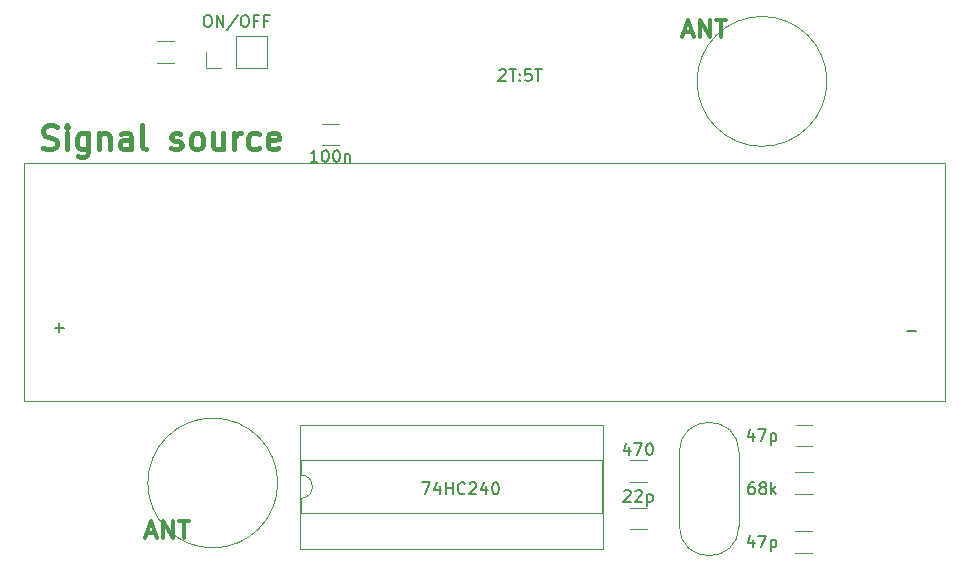
<source format=gbr>
%TF.GenerationSoftware,KiCad,Pcbnew,8.0.6-1.fc41*%
%TF.CreationDate,2024-11-27T18:25:37+08:00*%
%TF.ProjectId,signal_source,7369676e-616c-45f7-936f-757263652e6b,rev?*%
%TF.SameCoordinates,Original*%
%TF.FileFunction,Legend,Top*%
%TF.FilePolarity,Positive*%
%FSLAX46Y46*%
G04 Gerber Fmt 4.6, Leading zero omitted, Abs format (unit mm)*
G04 Created by KiCad (PCBNEW 8.0.6-1.fc41) date 2024-11-27 18:25:37*
%MOMM*%
%LPD*%
G01*
G04 APERTURE LIST*
%ADD10C,0.200000*%
%ADD11C,0.375000*%
%ADD12C,0.400000*%
%ADD13C,0.150000*%
%ADD14C,0.120000*%
G04 APERTURE END LIST*
D10*
X152261673Y-86100266D02*
X153023578Y-86100266D01*
X80125673Y-85846266D02*
X80887578Y-85846266D01*
X80506625Y-86227219D02*
X80506625Y-85465314D01*
D11*
X133374424Y-60836357D02*
X134088710Y-60836357D01*
X133231567Y-61264928D02*
X133731567Y-59764928D01*
X133731567Y-59764928D02*
X134231567Y-61264928D01*
X134731566Y-61264928D02*
X134731566Y-59764928D01*
X134731566Y-59764928D02*
X135588709Y-61264928D01*
X135588709Y-61264928D02*
X135588709Y-59764928D01*
X136088710Y-59764928D02*
X136945853Y-59764928D01*
X136517281Y-61264928D02*
X136517281Y-59764928D01*
X87908424Y-103254357D02*
X88622710Y-103254357D01*
X87765567Y-103682928D02*
X88265567Y-102182928D01*
X88265567Y-102182928D02*
X88765567Y-103682928D01*
X89265566Y-103682928D02*
X89265566Y-102182928D01*
X89265566Y-102182928D02*
X90122709Y-103682928D01*
X90122709Y-103682928D02*
X90122709Y-102182928D01*
X90622710Y-102182928D02*
X91479853Y-102182928D01*
X91051281Y-103682928D02*
X91051281Y-102182928D01*
D12*
X79144109Y-70639200D02*
X79429823Y-70734438D01*
X79429823Y-70734438D02*
X79906014Y-70734438D01*
X79906014Y-70734438D02*
X80096490Y-70639200D01*
X80096490Y-70639200D02*
X80191728Y-70543961D01*
X80191728Y-70543961D02*
X80286966Y-70353485D01*
X80286966Y-70353485D02*
X80286966Y-70163009D01*
X80286966Y-70163009D02*
X80191728Y-69972533D01*
X80191728Y-69972533D02*
X80096490Y-69877295D01*
X80096490Y-69877295D02*
X79906014Y-69782057D01*
X79906014Y-69782057D02*
X79525061Y-69686819D01*
X79525061Y-69686819D02*
X79334585Y-69591580D01*
X79334585Y-69591580D02*
X79239347Y-69496342D01*
X79239347Y-69496342D02*
X79144109Y-69305866D01*
X79144109Y-69305866D02*
X79144109Y-69115390D01*
X79144109Y-69115390D02*
X79239347Y-68924914D01*
X79239347Y-68924914D02*
X79334585Y-68829676D01*
X79334585Y-68829676D02*
X79525061Y-68734438D01*
X79525061Y-68734438D02*
X80001252Y-68734438D01*
X80001252Y-68734438D02*
X80286966Y-68829676D01*
X81144109Y-70734438D02*
X81144109Y-69401104D01*
X81144109Y-68734438D02*
X81048871Y-68829676D01*
X81048871Y-68829676D02*
X81144109Y-68924914D01*
X81144109Y-68924914D02*
X81239347Y-68829676D01*
X81239347Y-68829676D02*
X81144109Y-68734438D01*
X81144109Y-68734438D02*
X81144109Y-68924914D01*
X82953633Y-69401104D02*
X82953633Y-71020152D01*
X82953633Y-71020152D02*
X82858395Y-71210628D01*
X82858395Y-71210628D02*
X82763157Y-71305866D01*
X82763157Y-71305866D02*
X82572680Y-71401104D01*
X82572680Y-71401104D02*
X82286966Y-71401104D01*
X82286966Y-71401104D02*
X82096490Y-71305866D01*
X82953633Y-70639200D02*
X82763157Y-70734438D01*
X82763157Y-70734438D02*
X82382204Y-70734438D01*
X82382204Y-70734438D02*
X82191728Y-70639200D01*
X82191728Y-70639200D02*
X82096490Y-70543961D01*
X82096490Y-70543961D02*
X82001252Y-70353485D01*
X82001252Y-70353485D02*
X82001252Y-69782057D01*
X82001252Y-69782057D02*
X82096490Y-69591580D01*
X82096490Y-69591580D02*
X82191728Y-69496342D01*
X82191728Y-69496342D02*
X82382204Y-69401104D01*
X82382204Y-69401104D02*
X82763157Y-69401104D01*
X82763157Y-69401104D02*
X82953633Y-69496342D01*
X83906014Y-69401104D02*
X83906014Y-70734438D01*
X83906014Y-69591580D02*
X84001252Y-69496342D01*
X84001252Y-69496342D02*
X84191728Y-69401104D01*
X84191728Y-69401104D02*
X84477443Y-69401104D01*
X84477443Y-69401104D02*
X84667919Y-69496342D01*
X84667919Y-69496342D02*
X84763157Y-69686819D01*
X84763157Y-69686819D02*
X84763157Y-70734438D01*
X86572681Y-70734438D02*
X86572681Y-69686819D01*
X86572681Y-69686819D02*
X86477443Y-69496342D01*
X86477443Y-69496342D02*
X86286967Y-69401104D01*
X86286967Y-69401104D02*
X85906014Y-69401104D01*
X85906014Y-69401104D02*
X85715538Y-69496342D01*
X86572681Y-70639200D02*
X86382205Y-70734438D01*
X86382205Y-70734438D02*
X85906014Y-70734438D01*
X85906014Y-70734438D02*
X85715538Y-70639200D01*
X85715538Y-70639200D02*
X85620300Y-70448723D01*
X85620300Y-70448723D02*
X85620300Y-70258247D01*
X85620300Y-70258247D02*
X85715538Y-70067771D01*
X85715538Y-70067771D02*
X85906014Y-69972533D01*
X85906014Y-69972533D02*
X86382205Y-69972533D01*
X86382205Y-69972533D02*
X86572681Y-69877295D01*
X87810776Y-70734438D02*
X87620300Y-70639200D01*
X87620300Y-70639200D02*
X87525062Y-70448723D01*
X87525062Y-70448723D02*
X87525062Y-68734438D01*
X90001253Y-70639200D02*
X90191729Y-70734438D01*
X90191729Y-70734438D02*
X90572681Y-70734438D01*
X90572681Y-70734438D02*
X90763158Y-70639200D01*
X90763158Y-70639200D02*
X90858396Y-70448723D01*
X90858396Y-70448723D02*
X90858396Y-70353485D01*
X90858396Y-70353485D02*
X90763158Y-70163009D01*
X90763158Y-70163009D02*
X90572681Y-70067771D01*
X90572681Y-70067771D02*
X90286967Y-70067771D01*
X90286967Y-70067771D02*
X90096491Y-69972533D01*
X90096491Y-69972533D02*
X90001253Y-69782057D01*
X90001253Y-69782057D02*
X90001253Y-69686819D01*
X90001253Y-69686819D02*
X90096491Y-69496342D01*
X90096491Y-69496342D02*
X90286967Y-69401104D01*
X90286967Y-69401104D02*
X90572681Y-69401104D01*
X90572681Y-69401104D02*
X90763158Y-69496342D01*
X92001253Y-70734438D02*
X91810777Y-70639200D01*
X91810777Y-70639200D02*
X91715539Y-70543961D01*
X91715539Y-70543961D02*
X91620301Y-70353485D01*
X91620301Y-70353485D02*
X91620301Y-69782057D01*
X91620301Y-69782057D02*
X91715539Y-69591580D01*
X91715539Y-69591580D02*
X91810777Y-69496342D01*
X91810777Y-69496342D02*
X92001253Y-69401104D01*
X92001253Y-69401104D02*
X92286968Y-69401104D01*
X92286968Y-69401104D02*
X92477444Y-69496342D01*
X92477444Y-69496342D02*
X92572682Y-69591580D01*
X92572682Y-69591580D02*
X92667920Y-69782057D01*
X92667920Y-69782057D02*
X92667920Y-70353485D01*
X92667920Y-70353485D02*
X92572682Y-70543961D01*
X92572682Y-70543961D02*
X92477444Y-70639200D01*
X92477444Y-70639200D02*
X92286968Y-70734438D01*
X92286968Y-70734438D02*
X92001253Y-70734438D01*
X94382206Y-69401104D02*
X94382206Y-70734438D01*
X93525063Y-69401104D02*
X93525063Y-70448723D01*
X93525063Y-70448723D02*
X93620301Y-70639200D01*
X93620301Y-70639200D02*
X93810777Y-70734438D01*
X93810777Y-70734438D02*
X94096492Y-70734438D01*
X94096492Y-70734438D02*
X94286968Y-70639200D01*
X94286968Y-70639200D02*
X94382206Y-70543961D01*
X95334587Y-70734438D02*
X95334587Y-69401104D01*
X95334587Y-69782057D02*
X95429825Y-69591580D01*
X95429825Y-69591580D02*
X95525063Y-69496342D01*
X95525063Y-69496342D02*
X95715539Y-69401104D01*
X95715539Y-69401104D02*
X95906016Y-69401104D01*
X97429825Y-70639200D02*
X97239349Y-70734438D01*
X97239349Y-70734438D02*
X96858396Y-70734438D01*
X96858396Y-70734438D02*
X96667920Y-70639200D01*
X96667920Y-70639200D02*
X96572682Y-70543961D01*
X96572682Y-70543961D02*
X96477444Y-70353485D01*
X96477444Y-70353485D02*
X96477444Y-69782057D01*
X96477444Y-69782057D02*
X96572682Y-69591580D01*
X96572682Y-69591580D02*
X96667920Y-69496342D01*
X96667920Y-69496342D02*
X96858396Y-69401104D01*
X96858396Y-69401104D02*
X97239349Y-69401104D01*
X97239349Y-69401104D02*
X97429825Y-69496342D01*
X99048873Y-70639200D02*
X98858397Y-70734438D01*
X98858397Y-70734438D02*
X98477444Y-70734438D01*
X98477444Y-70734438D02*
X98286968Y-70639200D01*
X98286968Y-70639200D02*
X98191730Y-70448723D01*
X98191730Y-70448723D02*
X98191730Y-69686819D01*
X98191730Y-69686819D02*
X98286968Y-69496342D01*
X98286968Y-69496342D02*
X98477444Y-69401104D01*
X98477444Y-69401104D02*
X98858397Y-69401104D01*
X98858397Y-69401104D02*
X99048873Y-69496342D01*
X99048873Y-69496342D02*
X99144111Y-69686819D01*
X99144111Y-69686819D02*
X99144111Y-69877295D01*
X99144111Y-69877295D02*
X98191730Y-70067771D01*
D13*
X117738095Y-64050057D02*
X117785714Y-64002438D01*
X117785714Y-64002438D02*
X117880952Y-63954819D01*
X117880952Y-63954819D02*
X118119047Y-63954819D01*
X118119047Y-63954819D02*
X118214285Y-64002438D01*
X118214285Y-64002438D02*
X118261904Y-64050057D01*
X118261904Y-64050057D02*
X118309523Y-64145295D01*
X118309523Y-64145295D02*
X118309523Y-64240533D01*
X118309523Y-64240533D02*
X118261904Y-64383390D01*
X118261904Y-64383390D02*
X117690476Y-64954819D01*
X117690476Y-64954819D02*
X118309523Y-64954819D01*
X118595238Y-63954819D02*
X119166666Y-63954819D01*
X118880952Y-64954819D02*
X118880952Y-63954819D01*
X119500000Y-64859580D02*
X119547619Y-64907200D01*
X119547619Y-64907200D02*
X119500000Y-64954819D01*
X119500000Y-64954819D02*
X119452381Y-64907200D01*
X119452381Y-64907200D02*
X119500000Y-64859580D01*
X119500000Y-64859580D02*
X119500000Y-64954819D01*
X119500000Y-64335771D02*
X119547619Y-64383390D01*
X119547619Y-64383390D02*
X119500000Y-64431009D01*
X119500000Y-64431009D02*
X119452381Y-64383390D01*
X119452381Y-64383390D02*
X119500000Y-64335771D01*
X119500000Y-64335771D02*
X119500000Y-64431009D01*
X120452380Y-63954819D02*
X119976190Y-63954819D01*
X119976190Y-63954819D02*
X119928571Y-64431009D01*
X119928571Y-64431009D02*
X119976190Y-64383390D01*
X119976190Y-64383390D02*
X120071428Y-64335771D01*
X120071428Y-64335771D02*
X120309523Y-64335771D01*
X120309523Y-64335771D02*
X120404761Y-64383390D01*
X120404761Y-64383390D02*
X120452380Y-64431009D01*
X120452380Y-64431009D02*
X120499999Y-64526247D01*
X120499999Y-64526247D02*
X120499999Y-64764342D01*
X120499999Y-64764342D02*
X120452380Y-64859580D01*
X120452380Y-64859580D02*
X120404761Y-64907200D01*
X120404761Y-64907200D02*
X120309523Y-64954819D01*
X120309523Y-64954819D02*
X120071428Y-64954819D01*
X120071428Y-64954819D02*
X119976190Y-64907200D01*
X119976190Y-64907200D02*
X119928571Y-64859580D01*
X120785714Y-63954819D02*
X121357142Y-63954819D01*
X121071428Y-64954819D02*
X121071428Y-63954819D01*
X139309523Y-98954819D02*
X139119047Y-98954819D01*
X139119047Y-98954819D02*
X139023809Y-99002438D01*
X139023809Y-99002438D02*
X138976190Y-99050057D01*
X138976190Y-99050057D02*
X138880952Y-99192914D01*
X138880952Y-99192914D02*
X138833333Y-99383390D01*
X138833333Y-99383390D02*
X138833333Y-99764342D01*
X138833333Y-99764342D02*
X138880952Y-99859580D01*
X138880952Y-99859580D02*
X138928571Y-99907200D01*
X138928571Y-99907200D02*
X139023809Y-99954819D01*
X139023809Y-99954819D02*
X139214285Y-99954819D01*
X139214285Y-99954819D02*
X139309523Y-99907200D01*
X139309523Y-99907200D02*
X139357142Y-99859580D01*
X139357142Y-99859580D02*
X139404761Y-99764342D01*
X139404761Y-99764342D02*
X139404761Y-99526247D01*
X139404761Y-99526247D02*
X139357142Y-99431009D01*
X139357142Y-99431009D02*
X139309523Y-99383390D01*
X139309523Y-99383390D02*
X139214285Y-99335771D01*
X139214285Y-99335771D02*
X139023809Y-99335771D01*
X139023809Y-99335771D02*
X138928571Y-99383390D01*
X138928571Y-99383390D02*
X138880952Y-99431009D01*
X138880952Y-99431009D02*
X138833333Y-99526247D01*
X139976190Y-99383390D02*
X139880952Y-99335771D01*
X139880952Y-99335771D02*
X139833333Y-99288152D01*
X139833333Y-99288152D02*
X139785714Y-99192914D01*
X139785714Y-99192914D02*
X139785714Y-99145295D01*
X139785714Y-99145295D02*
X139833333Y-99050057D01*
X139833333Y-99050057D02*
X139880952Y-99002438D01*
X139880952Y-99002438D02*
X139976190Y-98954819D01*
X139976190Y-98954819D02*
X140166666Y-98954819D01*
X140166666Y-98954819D02*
X140261904Y-99002438D01*
X140261904Y-99002438D02*
X140309523Y-99050057D01*
X140309523Y-99050057D02*
X140357142Y-99145295D01*
X140357142Y-99145295D02*
X140357142Y-99192914D01*
X140357142Y-99192914D02*
X140309523Y-99288152D01*
X140309523Y-99288152D02*
X140261904Y-99335771D01*
X140261904Y-99335771D02*
X140166666Y-99383390D01*
X140166666Y-99383390D02*
X139976190Y-99383390D01*
X139976190Y-99383390D02*
X139880952Y-99431009D01*
X139880952Y-99431009D02*
X139833333Y-99478628D01*
X139833333Y-99478628D02*
X139785714Y-99573866D01*
X139785714Y-99573866D02*
X139785714Y-99764342D01*
X139785714Y-99764342D02*
X139833333Y-99859580D01*
X139833333Y-99859580D02*
X139880952Y-99907200D01*
X139880952Y-99907200D02*
X139976190Y-99954819D01*
X139976190Y-99954819D02*
X140166666Y-99954819D01*
X140166666Y-99954819D02*
X140261904Y-99907200D01*
X140261904Y-99907200D02*
X140309523Y-99859580D01*
X140309523Y-99859580D02*
X140357142Y-99764342D01*
X140357142Y-99764342D02*
X140357142Y-99573866D01*
X140357142Y-99573866D02*
X140309523Y-99478628D01*
X140309523Y-99478628D02*
X140261904Y-99431009D01*
X140261904Y-99431009D02*
X140166666Y-99383390D01*
X140785714Y-99954819D02*
X140785714Y-98954819D01*
X140880952Y-99573866D02*
X141166666Y-99954819D01*
X141166666Y-99288152D02*
X140785714Y-99669104D01*
X128310714Y-99700057D02*
X128358333Y-99652438D01*
X128358333Y-99652438D02*
X128453571Y-99604819D01*
X128453571Y-99604819D02*
X128691666Y-99604819D01*
X128691666Y-99604819D02*
X128786904Y-99652438D01*
X128786904Y-99652438D02*
X128834523Y-99700057D01*
X128834523Y-99700057D02*
X128882142Y-99795295D01*
X128882142Y-99795295D02*
X128882142Y-99890533D01*
X128882142Y-99890533D02*
X128834523Y-100033390D01*
X128834523Y-100033390D02*
X128263095Y-100604819D01*
X128263095Y-100604819D02*
X128882142Y-100604819D01*
X129263095Y-99700057D02*
X129310714Y-99652438D01*
X129310714Y-99652438D02*
X129405952Y-99604819D01*
X129405952Y-99604819D02*
X129644047Y-99604819D01*
X129644047Y-99604819D02*
X129739285Y-99652438D01*
X129739285Y-99652438D02*
X129786904Y-99700057D01*
X129786904Y-99700057D02*
X129834523Y-99795295D01*
X129834523Y-99795295D02*
X129834523Y-99890533D01*
X129834523Y-99890533D02*
X129786904Y-100033390D01*
X129786904Y-100033390D02*
X129215476Y-100604819D01*
X129215476Y-100604819D02*
X129834523Y-100604819D01*
X130263095Y-99938152D02*
X130263095Y-100938152D01*
X130263095Y-99985771D02*
X130358333Y-99938152D01*
X130358333Y-99938152D02*
X130548809Y-99938152D01*
X130548809Y-99938152D02*
X130644047Y-99985771D01*
X130644047Y-99985771D02*
X130691666Y-100033390D01*
X130691666Y-100033390D02*
X130739285Y-100128628D01*
X130739285Y-100128628D02*
X130739285Y-100414342D01*
X130739285Y-100414342D02*
X130691666Y-100509580D01*
X130691666Y-100509580D02*
X130644047Y-100557200D01*
X130644047Y-100557200D02*
X130548809Y-100604819D01*
X130548809Y-100604819D02*
X130358333Y-100604819D01*
X130358333Y-100604819D02*
X130263095Y-100557200D01*
X128763095Y-95968152D02*
X128763095Y-96634819D01*
X128525000Y-95587200D02*
X128286905Y-96301485D01*
X128286905Y-96301485D02*
X128905952Y-96301485D01*
X129191667Y-95634819D02*
X129858333Y-95634819D01*
X129858333Y-95634819D02*
X129429762Y-96634819D01*
X130429762Y-95634819D02*
X130525000Y-95634819D01*
X130525000Y-95634819D02*
X130620238Y-95682438D01*
X130620238Y-95682438D02*
X130667857Y-95730057D01*
X130667857Y-95730057D02*
X130715476Y-95825295D01*
X130715476Y-95825295D02*
X130763095Y-96015771D01*
X130763095Y-96015771D02*
X130763095Y-96253866D01*
X130763095Y-96253866D02*
X130715476Y-96444342D01*
X130715476Y-96444342D02*
X130667857Y-96539580D01*
X130667857Y-96539580D02*
X130620238Y-96587200D01*
X130620238Y-96587200D02*
X130525000Y-96634819D01*
X130525000Y-96634819D02*
X130429762Y-96634819D01*
X130429762Y-96634819D02*
X130334524Y-96587200D01*
X130334524Y-96587200D02*
X130286905Y-96539580D01*
X130286905Y-96539580D02*
X130239286Y-96444342D01*
X130239286Y-96444342D02*
X130191667Y-96253866D01*
X130191667Y-96253866D02*
X130191667Y-96015771D01*
X130191667Y-96015771D02*
X130239286Y-95825295D01*
X130239286Y-95825295D02*
X130286905Y-95730057D01*
X130286905Y-95730057D02*
X130334524Y-95682438D01*
X130334524Y-95682438D02*
X130429762Y-95634819D01*
X92980190Y-59398819D02*
X93170666Y-59398819D01*
X93170666Y-59398819D02*
X93265904Y-59446438D01*
X93265904Y-59446438D02*
X93361142Y-59541676D01*
X93361142Y-59541676D02*
X93408761Y-59732152D01*
X93408761Y-59732152D02*
X93408761Y-60065485D01*
X93408761Y-60065485D02*
X93361142Y-60255961D01*
X93361142Y-60255961D02*
X93265904Y-60351200D01*
X93265904Y-60351200D02*
X93170666Y-60398819D01*
X93170666Y-60398819D02*
X92980190Y-60398819D01*
X92980190Y-60398819D02*
X92884952Y-60351200D01*
X92884952Y-60351200D02*
X92789714Y-60255961D01*
X92789714Y-60255961D02*
X92742095Y-60065485D01*
X92742095Y-60065485D02*
X92742095Y-59732152D01*
X92742095Y-59732152D02*
X92789714Y-59541676D01*
X92789714Y-59541676D02*
X92884952Y-59446438D01*
X92884952Y-59446438D02*
X92980190Y-59398819D01*
X93837333Y-60398819D02*
X93837333Y-59398819D01*
X93837333Y-59398819D02*
X94408761Y-60398819D01*
X94408761Y-60398819D02*
X94408761Y-59398819D01*
X95599237Y-59351200D02*
X94742095Y-60636914D01*
X96123047Y-59398819D02*
X96313523Y-59398819D01*
X96313523Y-59398819D02*
X96408761Y-59446438D01*
X96408761Y-59446438D02*
X96503999Y-59541676D01*
X96503999Y-59541676D02*
X96551618Y-59732152D01*
X96551618Y-59732152D02*
X96551618Y-60065485D01*
X96551618Y-60065485D02*
X96503999Y-60255961D01*
X96503999Y-60255961D02*
X96408761Y-60351200D01*
X96408761Y-60351200D02*
X96313523Y-60398819D01*
X96313523Y-60398819D02*
X96123047Y-60398819D01*
X96123047Y-60398819D02*
X96027809Y-60351200D01*
X96027809Y-60351200D02*
X95932571Y-60255961D01*
X95932571Y-60255961D02*
X95884952Y-60065485D01*
X95884952Y-60065485D02*
X95884952Y-59732152D01*
X95884952Y-59732152D02*
X95932571Y-59541676D01*
X95932571Y-59541676D02*
X96027809Y-59446438D01*
X96027809Y-59446438D02*
X96123047Y-59398819D01*
X97313523Y-59875009D02*
X96980190Y-59875009D01*
X96980190Y-60398819D02*
X96980190Y-59398819D01*
X96980190Y-59398819D02*
X97456380Y-59398819D01*
X98170666Y-59875009D02*
X97837333Y-59875009D01*
X97837333Y-60398819D02*
X97837333Y-59398819D01*
X97837333Y-59398819D02*
X98313523Y-59398819D01*
X139261904Y-94788152D02*
X139261904Y-95454819D01*
X139023809Y-94407200D02*
X138785714Y-95121485D01*
X138785714Y-95121485D02*
X139404761Y-95121485D01*
X139690476Y-94454819D02*
X140357142Y-94454819D01*
X140357142Y-94454819D02*
X139928571Y-95454819D01*
X140738095Y-94788152D02*
X140738095Y-95788152D01*
X140738095Y-94835771D02*
X140833333Y-94788152D01*
X140833333Y-94788152D02*
X141023809Y-94788152D01*
X141023809Y-94788152D02*
X141119047Y-94835771D01*
X141119047Y-94835771D02*
X141166666Y-94883390D01*
X141166666Y-94883390D02*
X141214285Y-94978628D01*
X141214285Y-94978628D02*
X141214285Y-95264342D01*
X141214285Y-95264342D02*
X141166666Y-95359580D01*
X141166666Y-95359580D02*
X141119047Y-95407200D01*
X141119047Y-95407200D02*
X141023809Y-95454819D01*
X141023809Y-95454819D02*
X140833333Y-95454819D01*
X140833333Y-95454819D02*
X140738095Y-95407200D01*
X102355952Y-71804819D02*
X101784524Y-71804819D01*
X102070238Y-71804819D02*
X102070238Y-70804819D01*
X102070238Y-70804819D02*
X101975000Y-70947676D01*
X101975000Y-70947676D02*
X101879762Y-71042914D01*
X101879762Y-71042914D02*
X101784524Y-71090533D01*
X102975000Y-70804819D02*
X103070238Y-70804819D01*
X103070238Y-70804819D02*
X103165476Y-70852438D01*
X103165476Y-70852438D02*
X103213095Y-70900057D01*
X103213095Y-70900057D02*
X103260714Y-70995295D01*
X103260714Y-70995295D02*
X103308333Y-71185771D01*
X103308333Y-71185771D02*
X103308333Y-71423866D01*
X103308333Y-71423866D02*
X103260714Y-71614342D01*
X103260714Y-71614342D02*
X103213095Y-71709580D01*
X103213095Y-71709580D02*
X103165476Y-71757200D01*
X103165476Y-71757200D02*
X103070238Y-71804819D01*
X103070238Y-71804819D02*
X102975000Y-71804819D01*
X102975000Y-71804819D02*
X102879762Y-71757200D01*
X102879762Y-71757200D02*
X102832143Y-71709580D01*
X102832143Y-71709580D02*
X102784524Y-71614342D01*
X102784524Y-71614342D02*
X102736905Y-71423866D01*
X102736905Y-71423866D02*
X102736905Y-71185771D01*
X102736905Y-71185771D02*
X102784524Y-70995295D01*
X102784524Y-70995295D02*
X102832143Y-70900057D01*
X102832143Y-70900057D02*
X102879762Y-70852438D01*
X102879762Y-70852438D02*
X102975000Y-70804819D01*
X103927381Y-70804819D02*
X104022619Y-70804819D01*
X104022619Y-70804819D02*
X104117857Y-70852438D01*
X104117857Y-70852438D02*
X104165476Y-70900057D01*
X104165476Y-70900057D02*
X104213095Y-70995295D01*
X104213095Y-70995295D02*
X104260714Y-71185771D01*
X104260714Y-71185771D02*
X104260714Y-71423866D01*
X104260714Y-71423866D02*
X104213095Y-71614342D01*
X104213095Y-71614342D02*
X104165476Y-71709580D01*
X104165476Y-71709580D02*
X104117857Y-71757200D01*
X104117857Y-71757200D02*
X104022619Y-71804819D01*
X104022619Y-71804819D02*
X103927381Y-71804819D01*
X103927381Y-71804819D02*
X103832143Y-71757200D01*
X103832143Y-71757200D02*
X103784524Y-71709580D01*
X103784524Y-71709580D02*
X103736905Y-71614342D01*
X103736905Y-71614342D02*
X103689286Y-71423866D01*
X103689286Y-71423866D02*
X103689286Y-71185771D01*
X103689286Y-71185771D02*
X103736905Y-70995295D01*
X103736905Y-70995295D02*
X103784524Y-70900057D01*
X103784524Y-70900057D02*
X103832143Y-70852438D01*
X103832143Y-70852438D02*
X103927381Y-70804819D01*
X104689286Y-71138152D02*
X104689286Y-71804819D01*
X104689286Y-71233390D02*
X104736905Y-71185771D01*
X104736905Y-71185771D02*
X104832143Y-71138152D01*
X104832143Y-71138152D02*
X104975000Y-71138152D01*
X104975000Y-71138152D02*
X105070238Y-71185771D01*
X105070238Y-71185771D02*
X105117857Y-71281009D01*
X105117857Y-71281009D02*
X105117857Y-71804819D01*
X139261904Y-103788152D02*
X139261904Y-104454819D01*
X139023809Y-103407200D02*
X138785714Y-104121485D01*
X138785714Y-104121485D02*
X139404761Y-104121485D01*
X139690476Y-103454819D02*
X140357142Y-103454819D01*
X140357142Y-103454819D02*
X139928571Y-104454819D01*
X140738095Y-103788152D02*
X140738095Y-104788152D01*
X140738095Y-103835771D02*
X140833333Y-103788152D01*
X140833333Y-103788152D02*
X141023809Y-103788152D01*
X141023809Y-103788152D02*
X141119047Y-103835771D01*
X141119047Y-103835771D02*
X141166666Y-103883390D01*
X141166666Y-103883390D02*
X141214285Y-103978628D01*
X141214285Y-103978628D02*
X141214285Y-104264342D01*
X141214285Y-104264342D02*
X141166666Y-104359580D01*
X141166666Y-104359580D02*
X141119047Y-104407200D01*
X141119047Y-104407200D02*
X141023809Y-104454819D01*
X141023809Y-104454819D02*
X140833333Y-104454819D01*
X140833333Y-104454819D02*
X140738095Y-104407200D01*
X111238095Y-98954819D02*
X111904761Y-98954819D01*
X111904761Y-98954819D02*
X111476190Y-99954819D01*
X112714285Y-99288152D02*
X112714285Y-99954819D01*
X112476190Y-98907200D02*
X112238095Y-99621485D01*
X112238095Y-99621485D02*
X112857142Y-99621485D01*
X113238095Y-99954819D02*
X113238095Y-98954819D01*
X113238095Y-99431009D02*
X113809523Y-99431009D01*
X113809523Y-99954819D02*
X113809523Y-98954819D01*
X114857142Y-99859580D02*
X114809523Y-99907200D01*
X114809523Y-99907200D02*
X114666666Y-99954819D01*
X114666666Y-99954819D02*
X114571428Y-99954819D01*
X114571428Y-99954819D02*
X114428571Y-99907200D01*
X114428571Y-99907200D02*
X114333333Y-99811961D01*
X114333333Y-99811961D02*
X114285714Y-99716723D01*
X114285714Y-99716723D02*
X114238095Y-99526247D01*
X114238095Y-99526247D02*
X114238095Y-99383390D01*
X114238095Y-99383390D02*
X114285714Y-99192914D01*
X114285714Y-99192914D02*
X114333333Y-99097676D01*
X114333333Y-99097676D02*
X114428571Y-99002438D01*
X114428571Y-99002438D02*
X114571428Y-98954819D01*
X114571428Y-98954819D02*
X114666666Y-98954819D01*
X114666666Y-98954819D02*
X114809523Y-99002438D01*
X114809523Y-99002438D02*
X114857142Y-99050057D01*
X115238095Y-99050057D02*
X115285714Y-99002438D01*
X115285714Y-99002438D02*
X115380952Y-98954819D01*
X115380952Y-98954819D02*
X115619047Y-98954819D01*
X115619047Y-98954819D02*
X115714285Y-99002438D01*
X115714285Y-99002438D02*
X115761904Y-99050057D01*
X115761904Y-99050057D02*
X115809523Y-99145295D01*
X115809523Y-99145295D02*
X115809523Y-99240533D01*
X115809523Y-99240533D02*
X115761904Y-99383390D01*
X115761904Y-99383390D02*
X115190476Y-99954819D01*
X115190476Y-99954819D02*
X115809523Y-99954819D01*
X116666666Y-99288152D02*
X116666666Y-99954819D01*
X116428571Y-98907200D02*
X116190476Y-99621485D01*
X116190476Y-99621485D02*
X116809523Y-99621485D01*
X117380952Y-98954819D02*
X117476190Y-98954819D01*
X117476190Y-98954819D02*
X117571428Y-99002438D01*
X117571428Y-99002438D02*
X117619047Y-99050057D01*
X117619047Y-99050057D02*
X117666666Y-99145295D01*
X117666666Y-99145295D02*
X117714285Y-99335771D01*
X117714285Y-99335771D02*
X117714285Y-99573866D01*
X117714285Y-99573866D02*
X117666666Y-99764342D01*
X117666666Y-99764342D02*
X117619047Y-99859580D01*
X117619047Y-99859580D02*
X117571428Y-99907200D01*
X117571428Y-99907200D02*
X117476190Y-99954819D01*
X117476190Y-99954819D02*
X117380952Y-99954819D01*
X117380952Y-99954819D02*
X117285714Y-99907200D01*
X117285714Y-99907200D02*
X117238095Y-99859580D01*
X117238095Y-99859580D02*
X117190476Y-99764342D01*
X117190476Y-99764342D02*
X117142857Y-99573866D01*
X117142857Y-99573866D02*
X117142857Y-99335771D01*
X117142857Y-99335771D02*
X117190476Y-99145295D01*
X117190476Y-99145295D02*
X117238095Y-99050057D01*
X117238095Y-99050057D02*
X117285714Y-99002438D01*
X117285714Y-99002438D02*
X117380952Y-98954819D01*
D14*
%TO.C,C2*%
X88788748Y-61590000D02*
X90211252Y-61590000D01*
X88788748Y-63410000D02*
X90211252Y-63410000D01*
%TO.C,R1*%
X142835436Y-98090000D02*
X144289564Y-98090000D01*
X142835436Y-99910000D02*
X144289564Y-99910000D01*
%TO.C,C3*%
X130236252Y-101090000D02*
X128813748Y-101090000D01*
X130236252Y-102910000D02*
X128813748Y-102910000D01*
%TO.C,J3*%
X145500000Y-65000000D02*
G75*
G02*
X134500000Y-65000000I-5500000J0D01*
G01*
X134500000Y-65000000D02*
G75*
G02*
X145500000Y-65000000I5500000J0D01*
G01*
%TO.C,R2*%
X130252064Y-97090000D02*
X128797936Y-97090000D01*
X130252064Y-98910000D02*
X128797936Y-98910000D01*
%TO.C,J1*%
X92895000Y-63830000D02*
X92895000Y-62500000D01*
X94225000Y-63830000D02*
X92895000Y-63830000D01*
X95495000Y-61170000D02*
X98095000Y-61170000D01*
X95495000Y-63830000D02*
X95495000Y-61170000D01*
X95495000Y-63830000D02*
X98095000Y-63830000D01*
X98095000Y-63830000D02*
X98095000Y-61170000D01*
%TO.C,C5*%
X144261252Y-94090000D02*
X142838748Y-94090000D01*
X144261252Y-95910000D02*
X142838748Y-95910000D01*
%TO.C,C1*%
X102763748Y-68590000D02*
X104186252Y-68590000D01*
X102763748Y-70410000D02*
X104186252Y-70410000D01*
%TO.C,J2*%
X99000000Y-99000000D02*
G75*
G02*
X88000000Y-99000000I-5500000J0D01*
G01*
X88000000Y-99000000D02*
G75*
G02*
X99000000Y-99000000I5500000J0D01*
G01*
%TO.C,Y1*%
X133000000Y-102635000D02*
X133000000Y-96385000D01*
X138050000Y-102635000D02*
X138050000Y-96385000D01*
X133000000Y-96385000D02*
G75*
G02*
X138050000Y-96385000I2525000J0D01*
G01*
X138050000Y-102635000D02*
G75*
G02*
X133000000Y-102635000I-2525000J0D01*
G01*
%TO.C,C4*%
X144236252Y-103090000D02*
X142813748Y-103090000D01*
X144236252Y-104910000D02*
X142813748Y-104910000D01*
%TO.C,U1*%
X100870000Y-94060000D02*
X100870000Y-104560000D01*
X100870000Y-104560000D02*
X126510000Y-104560000D01*
X100930000Y-97060000D02*
X100930000Y-98310000D01*
X100930000Y-100310000D02*
X100930000Y-101560000D01*
X100930000Y-101560000D02*
X126450000Y-101560000D01*
X126450000Y-97060000D02*
X100930000Y-97060000D01*
X126450000Y-101560000D02*
X126450000Y-97060000D01*
X126510000Y-94060000D02*
X100870000Y-94060000D01*
X126510000Y-104560000D02*
X126510000Y-94060000D01*
X100930000Y-98310000D02*
G75*
G02*
X100930000Y-100310000I0J-1000000D01*
G01*
%TO.C,BT2*%
X77500000Y-71950000D02*
X155500000Y-71950000D01*
X77500000Y-92050000D02*
X77500000Y-71950000D01*
X155500000Y-71950000D02*
X155500000Y-92050000D01*
X155500000Y-92050000D02*
X77500000Y-92050000D01*
%TD*%
M02*

</source>
